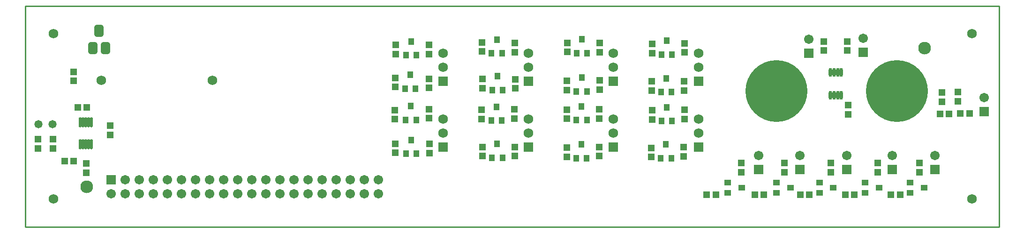
<source format=gbs>
G04 Layer_Color=16711935*
%FSLAX25Y25*%
%MOIN*%
G70*
G01*
G75*
%ADD11C,0.01000*%
%ADD20C,0.44094*%
%ADD283C,0.09055*%
%ADD284C,0.06800*%
%ADD285R,0.06706X0.06706*%
%ADD286C,0.06706*%
%ADD287C,0.05800*%
%ADD288R,0.06706X0.06706*%
%ADD289R,0.06800X0.06800*%
%ADD290R,0.04737X0.04540*%
%ADD291R,0.04343X0.04540*%
%ADD292R,0.04343X0.04540*%
%ADD293R,0.04540X0.04737*%
%ADD294R,0.04540X0.04343*%
%ADD295R,0.04540X0.04343*%
%ADD296O,0.02572X0.06312*%
%ADD297O,0.02178X0.07296*%
G04:AMPARAMS|DCode=298|XSize=67.84mil|YSize=86.74mil|CornerRadius=18.96mil|HoleSize=0mil|Usage=FLASHONLY|Rotation=0.000|XOffset=0mil|YOffset=0mil|HoleType=Round|Shape=RoundedRectangle|*
%AMROUNDEDRECTD298*
21,1,0.06784,0.04882,0,0,0.0*
21,1,0.02992,0.08674,0,0,0.0*
1,1,0.03792,0.01496,-0.02441*
1,1,0.03792,-0.01496,-0.02441*
1,1,0.03792,-0.01496,0.02441*
1,1,0.03792,0.01496,0.02441*
%
%ADD298ROUNDEDRECTD298*%
D11*
X0Y0D02*
X692500D01*
X0Y157500D02*
X692500D01*
X0Y0D02*
Y157500D01*
X692500Y0D02*
Y157500D01*
D20*
X534000Y96900D02*
D03*
X619900D02*
D03*
D283*
X43900Y28500D02*
D03*
X639500Y127400D02*
D03*
D284*
X133040Y104700D02*
D03*
X54300D02*
D03*
X478700Y76756D02*
D03*
Y66756D02*
D03*
X20000Y20000D02*
D03*
X673000D02*
D03*
Y138000D02*
D03*
X20000D02*
D03*
X478700Y124000D02*
D03*
Y114000D02*
D03*
X418200Y76756D02*
D03*
Y66756D02*
D03*
Y124000D02*
D03*
Y114000D02*
D03*
X357700Y76756D02*
D03*
Y66756D02*
D03*
Y124000D02*
D03*
Y114000D02*
D03*
X297200Y76756D02*
D03*
Y66756D02*
D03*
Y124000D02*
D03*
Y114000D02*
D03*
D285*
X646800Y40900D02*
D03*
X616600D02*
D03*
X584000D02*
D03*
X550900D02*
D03*
X521600D02*
D03*
X595700Y124700D02*
D03*
X557100Y123800D02*
D03*
X681900Y82300D02*
D03*
D286*
X646800Y50900D02*
D03*
X616600D02*
D03*
X584000D02*
D03*
X550900D02*
D03*
X521600D02*
D03*
X595700Y134700D02*
D03*
X557100Y133800D02*
D03*
X251300Y23400D02*
D03*
Y33400D02*
D03*
X241300Y23400D02*
D03*
Y33400D02*
D03*
X231300Y23400D02*
D03*
Y33400D02*
D03*
X221300Y23400D02*
D03*
Y33400D02*
D03*
X211300Y23400D02*
D03*
Y33400D02*
D03*
X201300Y23400D02*
D03*
Y33400D02*
D03*
X191300Y23400D02*
D03*
Y33400D02*
D03*
X181300Y23400D02*
D03*
Y33400D02*
D03*
X171300Y23400D02*
D03*
Y33400D02*
D03*
X161300Y23400D02*
D03*
Y33400D02*
D03*
X151300Y23400D02*
D03*
Y33400D02*
D03*
X141300Y23400D02*
D03*
Y33400D02*
D03*
X131300Y23400D02*
D03*
Y33400D02*
D03*
X121300Y23400D02*
D03*
Y33400D02*
D03*
X111300Y23400D02*
D03*
Y33400D02*
D03*
X101300Y23400D02*
D03*
Y33400D02*
D03*
X91300Y23400D02*
D03*
Y33400D02*
D03*
X81300Y23400D02*
D03*
Y33400D02*
D03*
X71300Y23400D02*
D03*
Y33400D02*
D03*
X61300Y23400D02*
D03*
X681900Y92300D02*
D03*
D287*
X9500Y73100D02*
D03*
X19500D02*
D03*
D288*
X61300Y33400D02*
D03*
D289*
X478700Y56756D02*
D03*
Y104000D02*
D03*
X418200Y56756D02*
D03*
Y104000D02*
D03*
X357700Y56756D02*
D03*
Y104000D02*
D03*
X297200Y56756D02*
D03*
Y104000D02*
D03*
D290*
X445800Y83148D02*
D03*
Y76652D02*
D03*
X445100Y56248D02*
D03*
Y49752D02*
D03*
X468900Y76952D02*
D03*
Y83448D02*
D03*
X468200Y50352D02*
D03*
Y56848D02*
D03*
X445800Y130448D02*
D03*
Y123952D02*
D03*
X445400Y103748D02*
D03*
Y97252D02*
D03*
X468900Y124452D02*
D03*
Y130948D02*
D03*
X468600Y97252D02*
D03*
Y103748D02*
D03*
X385200Y83648D02*
D03*
Y77152D02*
D03*
X385300Y56448D02*
D03*
Y49952D02*
D03*
X408200Y77252D02*
D03*
Y83748D02*
D03*
Y50452D02*
D03*
Y56948D02*
D03*
X385300Y104148D02*
D03*
Y97652D02*
D03*
X385600Y131348D02*
D03*
Y124852D02*
D03*
X408600Y97952D02*
D03*
Y104448D02*
D03*
Y124552D02*
D03*
Y131048D02*
D03*
X324600Y83448D02*
D03*
Y76952D02*
D03*
X325300Y56948D02*
D03*
Y50452D02*
D03*
X347900Y77252D02*
D03*
Y83748D02*
D03*
X348200Y50452D02*
D03*
Y56948D02*
D03*
X324800Y131548D02*
D03*
Y125052D02*
D03*
X325100Y105448D02*
D03*
Y98952D02*
D03*
X348200Y124552D02*
D03*
Y131048D02*
D03*
X348600Y98752D02*
D03*
Y105248D02*
D03*
X262900Y83348D02*
D03*
Y76852D02*
D03*
X263300Y59248D02*
D03*
Y52752D02*
D03*
X287200Y77452D02*
D03*
Y83948D02*
D03*
X287400Y52552D02*
D03*
Y59048D02*
D03*
X263100Y106248D02*
D03*
Y99752D02*
D03*
X263500Y129748D02*
D03*
Y123252D02*
D03*
X287200Y123352D02*
D03*
Y129848D02*
D03*
X287100Y99052D02*
D03*
Y105548D02*
D03*
X635700Y45447D02*
D03*
Y38951D02*
D03*
X509000Y45447D02*
D03*
Y38951D02*
D03*
X539700Y45447D02*
D03*
Y38951D02*
D03*
X572800Y45447D02*
D03*
Y38951D02*
D03*
X606100Y45447D02*
D03*
Y38951D02*
D03*
X651900Y95848D02*
D03*
Y89352D02*
D03*
X663100Y96048D02*
D03*
Y89552D02*
D03*
X567700Y132348D02*
D03*
Y125852D02*
D03*
X584400Y125752D02*
D03*
Y132248D02*
D03*
X585300Y80252D02*
D03*
Y86748D02*
D03*
X60400Y65652D02*
D03*
Y72148D02*
D03*
X43600Y38552D02*
D03*
Y45048D02*
D03*
X9000Y55952D02*
D03*
Y62448D02*
D03*
X19900Y55952D02*
D03*
Y62448D02*
D03*
X34400Y104052D02*
D03*
Y110548D02*
D03*
D291*
X456200Y85321D02*
D03*
X459940Y75479D02*
D03*
X455600Y58821D02*
D03*
X459340Y48979D02*
D03*
X455800Y105921D02*
D03*
X459540Y96079D02*
D03*
X456200Y132821D02*
D03*
X459940Y122979D02*
D03*
X395500Y58821D02*
D03*
X399240Y48979D02*
D03*
X395600Y86021D02*
D03*
X399340Y76179D02*
D03*
X395900Y133721D02*
D03*
X399640Y123879D02*
D03*
X395700Y106521D02*
D03*
X399440Y96679D02*
D03*
X335600Y59121D02*
D03*
X339340Y49279D02*
D03*
X335200Y85621D02*
D03*
X338940Y75779D02*
D03*
X335400Y133621D02*
D03*
X339140Y123779D02*
D03*
X335800Y107421D02*
D03*
X339540Y97579D02*
D03*
X274300Y86121D02*
D03*
X278040Y76279D02*
D03*
X274500Y61921D02*
D03*
X278240Y52079D02*
D03*
X274500Y132221D02*
D03*
X278240Y122379D02*
D03*
X273900Y108521D02*
D03*
X277640Y98679D02*
D03*
D292*
X452460Y75479D02*
D03*
X451860Y48979D02*
D03*
X452060Y96079D02*
D03*
X452460Y122979D02*
D03*
X391760Y48979D02*
D03*
X391860Y76179D02*
D03*
X392160Y123879D02*
D03*
X391960Y96679D02*
D03*
X331860Y49279D02*
D03*
X331460Y75779D02*
D03*
X331660Y123779D02*
D03*
X332060Y97579D02*
D03*
X270560Y76279D02*
D03*
X270760Y52079D02*
D03*
Y122379D02*
D03*
X270160Y98679D02*
D03*
D293*
X615652Y22879D02*
D03*
X622148D02*
D03*
X583052D02*
D03*
X589548D02*
D03*
X551152D02*
D03*
X557648D02*
D03*
X518752D02*
D03*
X525248D02*
D03*
X650352Y80700D02*
D03*
X656848D02*
D03*
X664852Y80800D02*
D03*
X671348D02*
D03*
X28052Y46800D02*
D03*
X34548D02*
D03*
X43848Y85300D02*
D03*
X37352D02*
D03*
X484652Y22879D02*
D03*
X491148D02*
D03*
D294*
X639121Y27800D02*
D03*
X629279Y24060D02*
D03*
X607021Y27800D02*
D03*
X597179Y24060D02*
D03*
X574621Y27800D02*
D03*
X564779Y24060D02*
D03*
X544121Y27800D02*
D03*
X534279Y24060D02*
D03*
X509421Y27800D02*
D03*
X499579Y24060D02*
D03*
D295*
X629279Y31540D02*
D03*
X597179D02*
D03*
X564779D02*
D03*
X534279D02*
D03*
X499579D02*
D03*
D296*
X580239Y93929D02*
D03*
X577679D02*
D03*
X575120D02*
D03*
X572561D02*
D03*
X580239Y110071D02*
D03*
X577679D02*
D03*
X575120D02*
D03*
X572561D02*
D03*
D297*
X47037Y58728D02*
D03*
X45068D02*
D03*
X43100D02*
D03*
X41131D02*
D03*
X39163D02*
D03*
X47037Y74672D02*
D03*
X45068D02*
D03*
X43100D02*
D03*
X41131D02*
D03*
X39163D02*
D03*
D298*
X52600Y139902D02*
D03*
X48033Y127698D02*
D03*
X57167D02*
D03*
M02*

</source>
